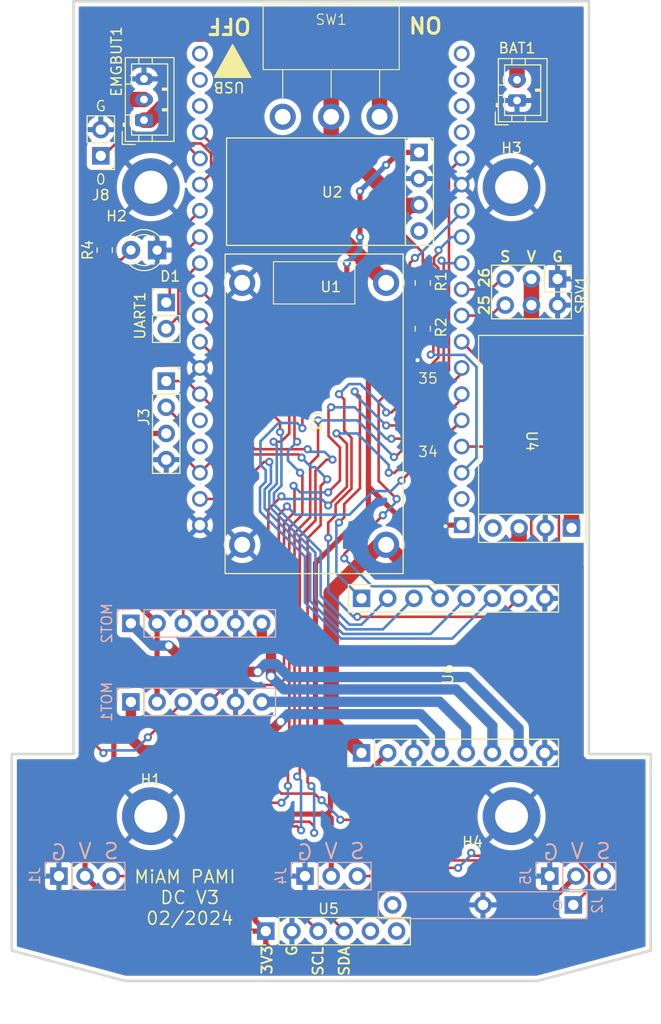
<source format=kicad_pcb>
(kicad_pcb (version 20221018) (generator pcbnew)
  (layers (0 "F.Cu" signal) (31 "B.Cu" signal) (34 "B.Paste" user) (35 "F.Paste" user) (36 "B.SilkS" user "B.Silkscreen") (37 "F.SilkS" user "F.Silkscreen") (38 "B.Mask" user) (39 "F.Mask" user) (44 "Edge.Cuts" user))
  (net 0 "")
  (net 1 "/BATTERY_INPUT")
  (net 2 "GND")
  (net 3 "/EMERGENCY_BUTTON")
  (net 4 "/5V_POWER")
  (net 5 "+12V")
  (net 6 "+3V3")
  (net 7 "/GPIO2")
  (net 8 "/GPIO5")
  (net 9 "/1Y")
  (net 10 "/GPIO0")
  (net 11 "Net-(D1-A)")
  (net 12 "/SDA")
  (net 13 "/SCL")
  (net 14 "/POWER_SWITCH")
  (net 15 "/BAT_READING")
  (net 16 "/SERVO_PWM_1")
  (net 17 "/SERVO_PWM_2")
  (net 19 "/RX2")
  (net 20 "/TX2")
  (net 34 "/TCRT0")
  (net 35 "/TCRT1")
  (net 36 "/TCRT2")
  (net 39 "/ENCODER_B1")
  (net 40 "/ENCODER_A1")
  (net 41 "/2Y")
  (net 42 "/3Y")
  (net 43 "/ENCODER_B2")
  (net 44 "/ENCODER_A2")
  (net 45 "/4Y")
  (net 46 "/EN12")
  (net 47 "/EN34")
  (net 48 "/STBY")
  (net 49 "/4A")
  (net 50 "/1A")
  (net 51 "/2A")
  (net 52 "/3A")
  (footprint "Resistor_SMD:R_0805_2012Metric" (layer "F.Cu") (at 128.905 69.85 90)
    (fp_text reference "R4")
    (fp_text value "200")
  )
  (footprint "MiAM_ESP32_Footprints:VoltageRegulator" (layer "F.Cu") (at 170.434 87.884 -90)
    (fp_text reference "U4")
    (fp_text value "5V")
  )
  (footprint "Connector_PinHeader_2.54mm:PinHeader_1x02_P2.54mm_Vertical" (layer "F.Cu") (at 134.874 74.93)
    (fp_text reference "UART1")
    (fp_text value "Conn_01x02_Male")
  )
  (footprint "LED_THT:LED_D3.0mm" (layer "F.Cu") (at 133.99 69.85 180)
    (fp_text reference "D1")
    (fp_text value "LED")
  )
  (footprint "MountingHole:MountingHole_3.2mm_M3_DIN965_Pad" (layer "F.Cu") (at 168.38 124.743668)
    (fp_text reference "H4")
    (fp_text value "MountingHole_Pad")
  )
  (footprint "MiAM_ESP32_Footprints:VoltageRegulator" (layer "F.Cu") (at 150.495 64.135)
    (fp_text reference "U2")
    (fp_text value "3V3")
  )
  (footprint "Resistor_SMD:R_0805_2012Metric_Pad1.20x1.40mm_HandSolder" (layer "F.Cu") (at 159.766 77.47 -90)
    (fp_text reference "R2")
    (fp_text value "10k")
  )
  (footprint "Resistor_SMD:R_0805_2012Metric_Pad1.20x1.40mm_HandSolder" (layer "F.Cu") (at 159.766 73.025 -90)
    (fp_text reference "R1")
    (fp_text value "100k")
  )
  (footprint "MiAM_ESP32_Footprints:MT3608" (layer "F.Cu") (at 149.225 85.725 -90)
    (fp_text reference "U3")
    (fp_text value "MT3608")
  )
  (footprint "Connector_PinHeader_2.54mm:PinHeader_2x03_P2.54mm_Vertical" (layer "F.Cu") (at 172.847 72.644 -90)
    (fp_text reference "SRV1")
    (fp_text value "Conn_02x03_Odd_Even")
  )
  (footprint "MiAM_ESP32_Footprints:SSD1306_vertical" (layer "F.Cu") (at 129.854 80.9525)
    (fp_text reference "J3")
    (fp_text value "SSD1306_vertical")
  )
  (footprint "MiAM_ESP32_Footprints:ESP32U-ShieldPattern" (layer "F.Cu") (at 150.8408 73.67 180)
    (fp_text reference "U1")
    (fp_text value "ESP32-DEVKITC-32U")
  )
  (footprint "MountingHole:MountingHole_3.2mm_M3_DIN965_Pad" (layer "F.Cu") (at 133.38 124.743668)
    (fp_text reference "H1")
    (fp_text value "MountingHole_Pad")
  )
  (footprint "MiAM_ESP32_Footprints:TB6612FNG" (layer "F.Cu") (at 174.1425 118.607 90)
    (fp_text reference "U6")
    (fp_text value "TB6612FNG")
  )
  (footprint "Connector_JST:JST_PH_B2B-PH-K_1x02_P2.00mm_Vertical" (layer "F.Cu") (at 168.91 55.34 90)
    (fp_text reference "BAT1")
    (fp_text value "Screw_Terminal_01x02")
  )
  (footprint "Connector_JST:JST_PH_B3B-PH-K_1x03_P2.00mm_Vertical" (layer "F.Cu") (at 132.715 57.245 90)
    (fp_text reference "EMGBUT1")
    (fp_text value "Conn_01x02_Male")
  )
  (footprint "MiAM_ESP32_Footprints:SS-12D11" (layer "F.Cu") (at 150.876 56.921)
    (fp_text reference "SW1")
    (fp_text value "SW_DPDT_x2")
  )
  (footprint "MountingHole:MountingHole_3.2mm_M3_DIN965_Pad" (layer "F.Cu") (at 133.38 63.743668)
    (fp_text reference "H2")
    (fp_text value "MountingHole_Pad")
  )
  (footprint "Connector_PinHeader_2.54mm:PinHeader_1x06_P2.54mm_Vertical" (layer "F.Cu") (at 144.53 135.89 90)
    (fp_text reference "U5")
    (fp_text value "~")
  )
  (footprint "Connector_PinHeader_2.54mm:PinHeader_1x02_P2.54mm_Vertical" (layer "F.Cu") (at 128.524 60.706 180)
    (fp_text reference "J8")
    (fp_text value "Conn_01x02_Pin")
  )
  (footprint "MountingHole:MountingHole_3.2mm_M3_DIN965_Pad" (layer "F.Cu") (at 168.38 63.743668)
    (fp_text reference "H3")
    (fp_text value "MountingHole_Pad")
  )
  (footprint "MiAM_ESP32_Footprints:TCRT5000L_Breakout" (layer "B.Cu") (at 148.34 130.556 -90)
    (fp_text reference "J4")
    (fp_text value "TCRT5000L_Breakout")
  )
  (footprint "Connector_PinHeader_2.54mm:PinHeader_1x06_P2.54mm_Vertical" (layer "B.Cu") (at 131.445 113.665 -90)
    (fp_text reference "MOT1")
    (fp_text value "Conn_01x06_Male")
  )
  (footprint "MiAM_ESP32_Footprints:TCRT5000L_Breakout" (layer "B.Cu") (at 124.46 130.556 -90)
    (fp_text reference "J1")
    (fp_text value "TCRT5000L_Breakout")
  )
  (footprint "MiAM_ESP32_Footprints:Microruptor" (layer "B.Cu") (at 174.371 133.35 90)
    (fp_text reference "J2")
    (fp_text value "Conn_01x03_Male")
  )
  (footprint "Connector_PinHeader_2.54mm:PinHeader_1x06_P2.54mm_Vertical" (layer "B.Cu") (at 131.445 106.045 -90)
    (fp_text reference "MOT2")
    (fp_text value "Conn_01x06_Male")
  )
  (footprint "MiAM_ESP32_Footprints:TCRT5000L_Breakout" (layer "B.Cu") (at 172.085 130.556 -90)
    (fp_text reference "J5")
    (fp_text value "TCRT5000L_Breakout")
  )
  (gr_line (start 170.88 140.72) (end 181.88 137.772559) (stroke (width 0.25)) (layer "Edge.Cuts"))
  (gr_line (start 125.88 45.72) (end 125.88 118.72) (stroke (width 0.25)) (layer "Edge.Cuts"))
  (gr_line (start 119.88 137.772559) (end 130.88 140.72) (stroke (width 0.25)) (layer "Edge.Cuts"))
  (gr_line (start 181.88 118.72) (end 175.88 118.72) (stroke (width 0.25)) (layer "Edge.Cuts"))
  (gr_line (start 119.88 118.72) (end 119.88 137.772559) (stroke (width 0.25)) (layer "Edge.Cuts"))
  (gr_line (start 130.88 140.72) (end 170.88 140.72) (stroke (width 0.25)) (layer "Edge.Cuts"))
  (gr_line (start 175.88 45.72) (end 125.88 45.72) (stroke (width 0.25)) (layer "Edge.Cuts"))
  (gr_line (start 181.88 137.772559) (end 181.88 118.72) (stroke (width 0.25)) (layer "Edge.Cuts"))
  (gr_line (start 125.88 118.72) (end 119.88 118.72) (stroke (width 0.25)) (layer "Edge.Cuts"))
  (gr_line (start 175.88 118.72) (end 175.88 45.72) (stroke (width 0.25)) (layer "Edge.Cuts"))
  (gr_text "S" (at 177.292 128.143) (layer "B.SilkS") (effects (font (size 1.5 1.5) (thickness 0.1875)) (justify mirror)))
  (gr_text "V" (at 127 128.143) (layer "B.SilkS") (effects (font (size 1.5 1.5) (thickness 0.1875)) (justify mirror)))
  (gr_text "S" (at 129.54 128.143) (layer "B.SilkS") (effects (font (size 1.5 1.5) (thickness 0.1875)) (justify mirror)))
  (gr_text "G" (at 172.212 128.27) (layer "B.SilkS") (effects (font (size 1.5 1.5) (thickness 0.1875)) (justify mirror)))
  (gr_text "S" (at 153.416 128.143) (layer "B.SilkS") (effects (font (size 1.5 1.5) (thickness 0.1875)) (justify mirror)))
  (gr_text "G" (at 124.46 128.27) (layer "B.SilkS") (effects (font (size 1.5 1.5) (thickness 0.1875)) (justify mirror)))
  (gr_text "V" (at 150.876 128.143) (layer "B.SilkS") (effects (font (size 1.5 1.5) (thickness 0.1875)) (justify mirror)))
  (gr_text "V" (at 174.752 128.143) (layer "B.SilkS") (effects (font (size 1.5 1.5) (thickness 0.1875)) (justify mirror)))
  (gr_text "G" (at 148.336 128.27) (layer "B.SilkS") (effects (font (size 1.5 1.5) (thickness 0.1875)) (justify mirror)))
  (gr_text "3V3" (at 144.653 138.684 90) (layer "F.SilkS") (effects (font (size 1 1) (thickness 0.1875))))
  (gr_text "SCL" (at 149.606 138.811 90) (layer "F.SilkS") (effects (font (size 1 1) (thickness 0.1875))))
  (gr_text "OFF" (at 143.256 47.244 180) (layer "F.SilkS") (effects (font (size 1.5 1.5) (thickness 0.3) bold) (justify left bottom)))
  (gr_text "G" (at 172.847 70.485) (layer "F.SilkS") (effects (font (size 1 1) (thickness 0.2) bold)))
  (gr_text "ON" (at 161.798 47.117 180) (layer "F.SilkS") (effects (font (size 1.5 1.5) (thickness 0.3) bold) (justify left bottom)))
  (gr_text "S" (at 167.767 70.485) (layer "F.SilkS") (effects (font (size 1 1) (thickness 0.2) bold)))
  (gr_text "MiAM PAMI \nDC V3\n02/2024" (at 137.16 135.382) (layer "F.SilkS") (effects (font (size 1.25 1.25) (thickness 0.15625)) (justify bottom)))
  (gr_text "V" (at 170.307 70.485) (layer "F.SilkS") (effects (font (size 1 1) (thickness 0.2) bold)))
  (gr_text "26" (at 165.735 72.517 90) (layer "F.SilkS") (effects (font (size 1 1) (thickness 0.2) bold)))
  (gr_text "25" (at 165.735 75.184 90) (layer "F.SilkS") (effects (font (size 1 1) (thickness 0.2) bold)))
  (gr_text "G" (at 147.066 137.795 90) (layer "F.SilkS") (effects (font (size 1 1) (thickness 0.1875))))
  (gr_text "35" (at 160.274 82.296) (layer "F.SilkS") (effects (font (size 1 1) (thickness 0.125))))
  (gr_text "G" (at 128.524 55.88) (layer "F.SilkS") (effects (font (size 1 1) (thickness 0.125))))
  (gr_text "SDA" (at 152.146 138.811 90) (layer "F.SilkS") (effects (font (size 1 1) (thickness 0.1875))))
  (gr_text "0" (at 128.524 62.992) (layer "F.SilkS") (effects (font (size 1 1) (thickness 0.125))))
  (gr_text "34" (at 160.274 89.408) (layer "F.SilkS") (effects (font (size 1 1) (thickness 0.125))))
  (segment (start 158.115 47.625) (end 155.575 50.165) (width 1.5) (layer "F.Cu") (net 1))
  (segment (start 166.37 47.625) (end 158.115 47.625) (width 1.5) (layer "F.Cu") (net 1))
  (segment (start 155.575 50.165) (end 155.575 56.921) (width 1.5) (layer "F.Cu") (net 1))
  (segment (start 168.91 50.165) (end 166.37 47.625) (width 1.5) (layer "F.Cu") (net 1))
  (segment (start 168.91 53.372) (end 168.91 50.165) (width 1.5) (layer "F.Cu") (net 1))
  (segment (start 159.258 78.978) (end 159.766 78.47) (width 0.25) (layer "F.Cu") (net 2))
  (segment (start 159.258 80.518) (end 159.258 78.978) (width 0.25) (layer "F.Cu") (net 2))
  (via (at 159.258 80.518) (size 0.8) (drill 0.4) (layers "F.Cu" "B.Cu") (net 2))
  (segment (start 133.255 57.245) (end 135.636 54.864) (width 1.5) (layer "F.Cu") (net 3))
  (segment (start 143.002 52.197) (end 143.002 59.817) (width 1.5) (layer "F.Cu") (net 3))
  (segment (start 143.002 59.817) (end 156.21 73.025) (width 1.5) (layer "F.Cu") (net 3))
  (segment (start 136.9695 48.895) (end 139.7 48.895) (width 1.5) (layer "F.Cu") (net 3))
  (segment (start 135.636 50.2285) (end 136.9695 48.895) (width 1.5) (layer "F.Cu") (net 3))
  (segment (start 139.7 48.895) (end 143.002 52.197) (width 1.5) (layer "F.Cu") (net 3))
  (segment (start 132.715 57.245) (end 133.255 57.245) (width 1.5) (layer "F.Cu") (net 3))
  (segment (start 135.636 54.864) (end 135.636 50.2285) (width 1.5) (layer "F.Cu") (net 3))
  (segment (start 174.1932 80.7212) (end 170.307 76.835) (width 1.5) (layer "F.Cu") (net 4))
  (segment (start 170.307 75.184) (end 170.307 72.644) (width 1.5) (layer "F.Cu") (net 4))
  (segment (start 174.1932 96.7994) (end 174.1932 80.7212) (width 1.5) (layer "F.Cu") (net 4))
  (segment (start 170.307 76.835) (end 170.307 75.184) (width 1.5) (layer "F.Cu") (net 4))
  (segment (start 155.575 98.425) (end 156.21 98.425) (width 1.5) (layer "F.Cu") (net 5))
  (segment (start 150.876 103.124) (end 155.575 98.425) (width 1.5) (layer "F.Cu") (net 5))
  (segment (start 150.876 115.6605) (end 150.876 103.124) (width 1.5) (layer "F.Cu") (net 5))
  (segment (start 167.419681 99.695) (end 169.1132 98.001481) (width 1.5) (layer "F.Cu") (net 5))
  (segment (start 157.48 99.695) (end 167.419681 99.695) (width 1.5) (layer "F.Cu") (net 5))
  (segment (start 169.1132 98.001481) (end 169.1132 96.7994) (width 1.5) (layer "F.Cu") (net 5))
  (segment (start 153.8225 118.607) (end 150.876 115.6605) (width 1.5) (layer "F.Cu") (net 5))
  (segment (start 156.21 98.425) (end 157.48 99.695) (width 1.5) (layer "F.Cu") (net 5))
  (segment (start 152.397905 71.122095) (end 152.397905 72.641905) (width 0.5) (layer "F.Cu") (net 6))
  (segment (start 153.67 68.57581) (end 153.67 64.135) (width 0.5) (layer "F.Cu") (net 6))
  (segment (start 133.096 111.506) (end 130.302 111.506) (width 0.5) (layer "F.Cu") (net 6))
  (segment (start 174.625 130.556) (end 166.116 139.065) (width 0.5) (layer "F.Cu") (net 6))
  (segment (start 154.49 92.768) (end 158.242 96.52) (width 0.5) (layer "F.Cu") (net 6))
  (segment (start 133.985 113.665) (end 133.985 112.395) (width 0.5) (layer "F.Cu") (net 6))
  (segment (start 134.874 87.63) (end 132.715 87.63) (width 0.5) (layer "F.Cu") (net 6))
  (segment (start 146.435 139.065) (end 144.53 137.16) (width 0.5) (layer "F.Cu") (net 6))
  (segment (start 127 130.556) (end 132.334 135.89) (width 0.5) (layer "F.Cu") (net 6))
  (segment (start 129.794 112.014) (end 129.794 121.412) (width 0.5) (layer "F.Cu") (net 6))
  (segment (start 144.53 137.16) (end 144.53 135.89) (width 0.5) (layer "F.Cu") (net 6))
  (segment (start 132.08 88.265) (end 132.08 104.14) (width 0.5) (layer "F.Cu") (net 6))
  (segment (start 150.495 124.54) (end 150.8 124.235) (width 0.5) (layer "F.Cu") (net 6))
  (segment (start 156.3625 118.607) (end 153.930465 121.039035) (width 0.5) (layer "F.Cu") (net 6))
  (segment (start 158.242 96.52) (end 163.5408 96.52) (width 0.5) (layer "F.Cu") (net 6))
  (segment (start 133.985 112.395) (end 133.096 111.506) (width 0.5) (layer "F.Cu") (net 6))
  (segment (start 150.8 121.039035) (end 149.352 119.591035) (width 0.5) (layer "F.Cu") (net 6))
  (segment (start 152.397905 72.641905) (end 154.49 74.734) (width 0.5) (layer "F.Cu") (net 6))
  (segment (start 127 124.206) (end 127 130.556) (width 0.5) (layer "F.Cu") (net 6))
  (segment (start 129.794 121.412) (end 127 124.206) (width 0.5) (layer "F.Cu") (net 6))
  (segment (start 166.116 139.065) (end 146.435 139.065) (width 0.5) (layer "F.Cu") (net 6))
  (segment (start 132.715 87.63) (end 132.08 88.265) (width 0.5) (layer "F.Cu") (net 6))
  (segment (start 132.08 104.14) (end 133.985 106.045) (width 0.5) (layer "F.Cu") (net 6))
  (segment (start 132.334 135.89) (end 144.53 135.89) (width 0.5) (layer "F.Cu") (net 6))
  (segment (start 150.88 124.925) (end 150.495 124.54) (width 0.5) (layer "F.Cu") (net 6))
  (segment (start 144.53 135.89) (end 143.51 134.87) (width 0.5) (layer "F.Cu") (net 6))
  (segment (start 143.51 126.362208) (end 145.332208 124.54) (width 0.5) (layer "F.Cu") (net 6))
  (segment (start 133.985 113.665) (end 133.985 106.045) (width 0.5) (layer "F.Cu") (net 6))
  (segment (start 154.49 95.065) (end 154.49 91.948) (width 0.5) (layer "F.Cu") (net 6))
  (segment (start 157.4292 60.3758) (end 156.21 61.595) (width 0.5) (layer "F.Cu") (net 6))
  (segment (start 130.302 111.506) (end 129.794 112.014) (width 0.5) (layer "F.Cu") (net 6))
  (segment (start 153.930465 121.039035) (end 150.8 121.039035) (width 0.5) (layer "F.Cu") (net 6))
  (segment (start 154.49 74.734) (end 154.49 92.768) (width 0.5) (layer "F.Cu") (net 6))
  (segment (start 153.672095 68.577905) (end 153.67 68.57581) (width 0.5) (layer "F.Cu") (net 6))
  (segment (start 150.8 124.235) (end 150.8 121.039035) (width 0.5) (layer "F.Cu") (net 6))
  (segment (start 145.332208 124.54) (end 150.495 124.54) (width 0.5) (layer "F.Cu") (net 6))
  (segment (start 159.4104 60.3758) (end 157.4292 60.3758) (width 0.5) (layer "F.Cu") (net 6))
  (segment (start 143.51 134.87) (end 143.51 126.362208) (width 0.5) (layer "F.Cu") (net 6))
  (segment (start 149.352 100.203) (end 154.49 95.065) (width 0.5) (layer "F.Cu") (net 6))
  (segment (start 149.352 119.591035) (end 149.352 100.203) (width 0.5) (layer "F.Cu") (net 6))
  (segment (start 150.88 130.556) (end 150.88 124.925) (width 0.5) (layer "F.Cu") (net 6))
  (via (at 153.67 64.135) (size 0.8) (drill 0.4) (layers "F.Cu" "B.Cu") (net 6))
  (via (at 156.21 61.595) (size 0.8) (drill 0.4) (layers "F.Cu" "B.Cu") (net 6))
  (via (at 152.397905 71.122095) (size 0.8) (drill 0.4) (layers "F.Cu" "B.Cu") (net 6))
  (via (at 153.672095 68.577905) (size 0.8) (drill 0.4) (layers "F.Cu" "B.Cu") (net 6))
  (segment (start 156.21 61.595) (end 153.67 64.135) (width 0.5) (layer "B.Cu") (net 6))
  (segment (start 153.672095 69.847905) (end 153.672095 68.577905) (width 0.5) (layer "B.Cu") (net 6))
  (segment (start 152.397905 71.122095) (end 153.672095 69.847905) (width 0.5) (layer "B.Cu") (net 6))
  (segment (start 131.826 59.944) (end 128.905 62.865) (width 0.25) (layer "F.Cu") (net 7))
  (segment (start 138.1408 60.96) (end 137.1248 59.944) (width 0.25) (layer "F.Cu") (net 7))
  (segment (start 137.1248 59.944) (end 131.826 59.944) (width 0.25) (layer "F.Cu") (net 7))
  (segment (start 128.905 62.865) (end 128.905 68.9375) (width 0.25) (layer "F.Cu") (net 7))
  (segment (start 145.415 120.269) (end 145.415 121.92) (width 0.25) (layer "F.Cu") (net 8))
  (segment (start 175.895 131.826) (end 174.371 133.35) (width 0.25) (layer "F.Cu") (net 8))
  (segment (start 147.317085 82.836285) (end 138.1408 73.66) (width 0.25) (layer "F.Cu") (net 8))
  (segment (start 147.865 91.44) (end 148.082 91.657) (width 0.25) (layer "F.Cu") (net 8))
  (segment (start 146.05 122.555) (end 149.255308 122.555) (width 0.25) (layer "F.Cu") (net 8))
  (segment (start 156.845 125.095) (end 160.782 129.032) (width 0.25) (layer "F.Cu") (net 8))
  (segment (start 160.782 129.032) (end 174.762701 129.032) (width 0.25) (layer "F.Cu") (net 8))
  (segment (start 174.762701 129.032) (end 175.895 130.164299) (width 0.25) (layer "F.Cu") (net 8))
  (segment (start 145.415 121.92) (end 146.05 122.555) (width 0.25) (layer "F.Cu") (net 8))
  (segment (start 146.812 118.872) (end 145.415 120.269) (width 0.25) (layer "F.Cu") (net 8))
  (segment (start 149.890308 123.19) (end 149.95 123.19) (width 0.25) (layer "F.Cu") (net 8))
  (segment (start 147.317085 88.176884) (end 147.317085 82.836285) (width 0.25) (layer "F.Cu") (net 8))
  (segment (start 148.082 91.657) (end 148.082 95.504) (width 0.25) (layer "F.Cu") (net 8))
  (segment (start 151.765 125.095) (end 156.845 125.095) (width 0.25) (layer "F.Cu") (net 8))
  (segment (start 148.082 95.504) (end 146.812 96.774) (width 0.25) (layer "F.Cu") (net 8))
  (segment (start 175.895 130.164299) (end 175.895 131.826) (width 0.25) (layer "F.Cu") (net 8))
  (segment (start 146.812 96.774) (end 146.812 118.872) (width 0.25) (layer "F.Cu") (net 8))
  (segment (start 147.574 88.433799) (end 147.317085 88.176884) (width 0.25) (layer "F.Cu") (net 8))
  (segment (start 149.255308 122.555) (end 149.890308 123.19) (width 0.25) (layer "F.Cu") (net 8))
  (via (at 149.95 123.19) (size 0.8) (drill 0.4) (layers "F.Cu" "B.Cu") (net 8))
  (via (at 151.765 125.095) (size 0.8) (drill 0.4) (layers "F.Cu" "B.Cu") (net 8))
  (via (at 147.574 88.433799) (size 0.8) (drill 0.4) (layers "F.Cu" "B.Cu") (net 8))
  (via (at 147.865 91.44) (size 0.8) (drill 0.4) (layers "F.Cu" "B.Cu") (net 8))
  (segment (start 151.765 125.095) (end 151.765 125.005) (width 0.25) (layer "B.Cu") (net 8))
  (segment (start 151.765 125.005) (end 149.95 123.19) (width 0.25) (layer "B.Cu") (net 8))
  (segment (start 147.865 91.44) (end 146.685 90.26) (width 0.25) (layer "B.Cu") (net 8))
  (segment (start 146.685 90.26) (end 146.685 89.322799) (width 0.25) (layer "B.Cu") (net 8))
  (segment (start 146.685 89.322799) (end 147.574 88.433799) (width 0.25) (layer "B.Cu") (net 8))
  (segment (start 132.588 118.364) (end 143.193 118.364) (width 1) (layer "F.Cu") (net 9))
  (segment (start 131.445 117.221) (end 132.588 118.364) (width 1) (layer "F.Cu") (net 9))
  (segment (start 131.445 113.665) (end 131.445 117.221) (width 1) (layer "F.Cu") (net 9))
  (segment (start 143.193 118.364) (end 145.987 115.57) (width 1) (layer "F.Cu") (net 9))
  (via (at 145.987 115.57) (size 1) (drill 0.7) (layers "F.Cu" "B.Cu") (net 9))
  (segment (start 146.705 114.852) (end 159.556 114.852) (width 1) (layer "B.Cu") (net 9))
  (segment (start 161.4425 116.7385) (end 161.4425 118.607) (width 1) (layer "B.Cu") (net 9))
  (segment (start 145.987 115.57) (end 146.705 114.852) (width 1) (layer "B.Cu") (net 9))
  (segment (start 159.556 114.852) (end 161.4425 116.7385) (width 1) (layer "B.Cu") (net 9))
  (segment (start 139.2308 62.41) (end 138.1408 63.5) (width 0.25) (layer "F.Cu") (net 10))
  (segment (start 128.778 60.706) (end 129.99 59.494) (width 0.25) (layer "F.Cu") (net 10))
  (segment (start 139.2308 60.4908) (end 139.2308 62.41) (width 0.25) (layer "F.Cu") (net 10))
  (segment (start 129.99 59.494) (end 137.673307 59.494) (width 0.25) (layer "F.Cu") (net 10))
  (segment (start 138.25 59.51) (end 139.2308 60.4908) (width 0.25) (layer "F.Cu") (net 10))
  (segment (start 137.689307 59.51) (end 138.25 59.51) (width 0.25) (layer "F.Cu") (net 10))
  (segment (start 137.673307 59.494) (end 137.689307 59.51) (width 0.25) (layer "F.Cu") (net 10))
  (segment (start 130.5375 70.7625) (end 131.45 69.85) (width 0.25) (layer "F.Cu") (net 11))
  (segment (start 128.905 70.7625) (end 130.5375 70.7625) (width 0.25) (layer "F.Cu") (net 11))
  (segment (start 149.352 91.2495) (end 150.4315 90.17) (width 0.25) (layer "F.Cu") (net 12))
  (segment (start 147.828 120.65) (end 147.828 97.601594) (width 0.25) (layer "F.Cu") (net 12))
  (segment (start 147.828 97.601594) (end 149.352 96.077594) (width 0.25) (layer "F.Cu") (net 12))
  (segment (start 146.685 125.73) (end 144.78 127.635) (width 0.25) (layer "F.Cu") (net 12))
  (segment (start 146.685 133.985) (end 150.245 133.985) (width 0.25) (layer "F.Cu") (net 12))
  (segment (start 147.955 126.111) (end 147.574 125.73) (width 0.25) (layer "F.Cu") (net 12))
  (segment (start 147.574 120.904) (end 147.828 120.65) (width 0.25) (layer "F.Cu") (net 12))
  (segment (start 144.78 132.08) (end 146.685 133.985) (width 0.25) (layer "F.Cu") (net 12))
  (segment (start 134.874 82.55) (end 136.8708 82.55) (width 0.25) (layer "F.Cu") (net 12))
  (segment (start 150.245 133.985) (end 152.15 135.89) (width 0.25) (layer "F.Cu") (net 12))
  (segment (start 144.78 127.635) (end 144.78 132.08) (width 0.25) (layer "F.Cu") (net 12))
  (segment (start 136.8708 82.55) (end 138.1408 83.82) (width 0.25) (layer "F.Cu") (net 12))
  (segment (start 148.594299 89.158299) (end 143.479099 89.158299) (width 0.25) (layer "F.Cu") (net 12))
  (segment (start 147.574 125.73) (end 146.685 125.73) (width 0.25) (layer "F.Cu") (net 12))
  (segment (start 149.352 96.077594) (end 149.352 91.2495) (width 0.25) (layer "F.Cu") (net 12))
  (segment (start 150.4315 90.17) (end 151.003 90.17) (width 0.25) (layer "F.Cu") (net 12))
  (segment (start 143.479099 89.158299) (end 138.1408 83.82) (width 0.25) (layer "F.Cu") (net 12))
  (via (at 151.003 90.17) (size 0.8) (drill 0.4) (layers "F.Cu" "B.Cu") (net 12))
  (via (at 147.955 126.111) (size 0.8) (drill 0.4) (layers "F.Cu" "B.Cu") (net 12))
  (via (at 147.574 120.904) (size 0.8) (drill 0.4) (layers "F.Cu" "B.Cu") (net 12))
  (via (at 148.594299 89.158299) (size 0.8) (drill 0.4) (layers "F.Cu" "B.Cu") (net 12))
  (segment (start 151.003 90.17) (end 150.241 89.408) (width 0.25) (layer "B.Cu") (net 12))
  (segment (start 147.955 121.285) (end 147.574 120.904) (width 0.25) (layer "B.Cu") (net 12))
  (segment (start 150.241 89.408) (end 148.844 89.408) (width 0.25) (layer "B.Cu") (net 12))
  (segment (start 148.844 89.408) (end 148.594299 89.158299) (width 0.25) (layer "B.Cu") (net 12))
  (segment (start 147.955 126.111) (end 147.955 121.285) (width 0.25) (layer "B.Cu") (net 12))
  (segment (start 148.009548 89.970549) (end 147.700999 89.662) (width 0.25) (layer "F.Cu") (net 13))
  (segment (start 146.498604 134.435) (end 148.155 134.435) (width 0.25) (layer "F.Cu") (net 13))
  (segment (start 139.9188 89.662) (end 138.1408 91.44) (width 0.25) (layer "F.Cu") (net 13))
  (segment (start 148.955003 121.83) (end 148.59 121.464997) (width 0.25) (layer "F.Cu") (net 13))
  (segment (start 149.86 92.71) (end 150.495 92.075) (width 0.25) (layer "F.Cu") (net 13))
  (segment (start 136.398 89.6972) (end 138.1408 91.44) (width 0.25) (layer "F.Cu") (net 13))
  (segment (start 144.33 127.196) (end 144.33 132.266396) (width 0.25) (layer "F.Cu") (net 13))
  (segment (start 136.398 86.614) (end 136.398 89.6972) (width 0.25) (layer "F.Cu") (net 13))
  (segment (start 148.155 134.435) (end 149.61 135.89) (width 0.25) (layer "F.Cu") (net 13))
  (segment (start 148.59 121.464997) (end 148.59 97.79) (width 0.25) (layer "F.Cu") (net 13))
  (segment (start 148.779653 125.28) (end 146.246 125.28) (width 0.25) (layer "F.Cu") (net 13))
  (segment (start 149.225 126.365) (end 149.225 125.725347) (width 0.25) (layer "F.Cu") (net 13))
  (segment (start 149.86 96.52) (end 149.86 92.71) (width 0.25) (layer "F.Cu") (net 13))
  (segment (start 148.59 97.79) (end 149.86 96.52) (width 0.25) (layer "F.Cu") (net 13))
  (segment (start 147.700999 89.662) (end 139.9188 89.662) (width 0.25) (layer "F.Cu") (net 13))
  (segment (start 144.33 132.266396) (end 146.498604 134.435) (width 0.25) (layer "F.Cu") (net 13))
  (segment (start 134.884 85.1) (end 136.398 86.614) (width 0.25) (layer "F.Cu") (net 13))
  (segment (start 146.246 125.28) (end 144.33 127.196) (width 0.25) (layer "F.Cu") (net 13))
  (segment (start 149.225 125.725347) (end 148.779653 125.28) (width 0.25) (layer "F.Cu") (net 13))
  (via (at 148.955003 121.83) (size 0.8) (drill 0.4) (layers "F.Cu" "B.Cu") (net 13))
  (via (at 149.225 126.365) (size 0.8) (drill 0.4) (layers "F.Cu" "B.Cu") (net 13))
  (via (at 150.495 92.075) (size 0.8) (drill 0.4) (layers "F.Cu" "B.Cu") (net 13))
  (via (at 148.009548 89.970549) (size 0.8) (drill 0.4) (layers "F.Cu" "B.Cu") (net 13))
  (segment (start 149.225 122.099997) (end 148.955003 121.83) (width 0.25) (layer "B.Cu") (net 13))
  (segment (start 149.225 126.365) (end 149.225 122.099997) (width 0.25) (layer "B.Cu") (net 13))
  (segment (start 149.315 90.895) (end 148.933999 90.895) (width 0.25) (layer "B.Cu") (net 13))
  (segment (start 150.495 92.075) (end 149.315 90.895) (width 0.25) (layer "B.Cu") (net 13))
  (segment (start 148.933999 90.895) (end 148.009548 89.970549) (width 0.25) (layer "B.Cu") (net 13))
  (segment (start 150.876 56.921) (end 150.876 52.451) (width 1.5) (layer "F.Cu") (net 14))
  (segment (start 150.876 58.801) (end 157.5816 65.5066) (width 1.5) (layer "F.Cu") (net 14))
  (segment (start 157.988 68.326) (end 157.988 66.8782) (width 0.25) (layer "F.Cu") (net 14))
  (segment (start 157.988 66.8782) (end 159.4104 65.4558) (width 0.25) (layer "F.Cu") (net 14))
  (segment (start 150.876 56.921) (end 150.876 58.801) (width 1.5) (layer "F.Cu") (net 14))
  (segment (start 159.766 72.025) (end 159.766 70.104) (width 0.25) (layer "F.Cu") (net 14))
  (segment (start 159.766 70.104) (end 157.988 68.326) (width 0.25) (layer "F.Cu") (net 14))
  (segment (start 145.415 46.99) (end 130.81 46.99) (width 1.5) (layer "F.Cu") (net 14))
  (segment (start 157.5816 65.5066) (end 159.4616 65.5066) (width 1.5) (layer "F.Cu") (net 14))
  (segment (start 150.876 52.451) (end 145.415 46.99) (width 1.5) (layer "F.Cu") (net 14))
  (segment (start 130.34 55.245) (end 132.715 55.245) (width 1.5) (layer "F.Cu") (net 14))
  (segment (start 128.905 53.81) (end 130.34 55.245) (width 1.5) (layer "F.Cu") (net 14))
  (segment (start 130.81 46.99) (end 128.905 48.895) (width 1.5) (layer "F.Cu") (net 14))
  (segment (start 128.905 48.895) (end 128.905 53.81) (width 1.5) (layer "F.Cu") (net 14))
  (segment (start 159.766 74.025) (end 159.766 76.47) (width 0.25) (layer "F.Cu") (net 15))
  (segment (start 160.791 77.495) (end 159.766 76.47) (width 0.25) (layer "F.Cu") (net 15))
  (segment (start 160.791 79.737694) (end 160.791 77.495) (width 0.25) (layer "F.Cu") (net 15))
  (segment (start 160.541847 79.986847) (end 160.791 79.737694) (width 0.25) (layer "F.Cu") (net 15))
  (via (at 160.541847 79.986847) (size 0.8) (drill 0.4) (layers "F.Cu" "B.Cu") (net 15))
  (segment (start 163.812293 80.01) (end 164.973 81.170707) (width 0.25) (layer "B.Cu") (net 15))
  (segment (start 160.565 80.01) (end 163.812293 80.01) (width 0.25) (layer "B.Cu") (net 15))
  (segment (start 164.973 90.0078) (end 163.5408 91.44) (width 0.25) (layer "B.Cu") (net 15))
  (segment (start 160.541847 79.986847) (end 160.565 80.01) (width 0.25) (layer "B.Cu") (net 15))
  (segment (start 164.973 81.170707) (end 164.973 90.0078) (width 0.25) (layer "B.Cu") (net 15))
  (segment (start 167.386 75.184) (end 166.37 76.2) (width 0.25) (layer "F.Cu") (net 16))
  (segment (start 166.37 76.2) (end 163.5408 76.2) (width 0.25) (layer "F.Cu") (net 16))
  (segment (start 166.37 73.66) (end 167.386 72.644) (width 0.25) (layer "F.Cu") (net 17))
  (segment (start 163.5408 73.66) (end 166.37 73.66) (width 0.25) (layer "F.Cu") (net 17))
  (segment (start 134.874 74.93) (end 135.215 74.589) (width 0.25) (layer "F.Cu") (net 19))
  (segment (start 136.525 72.099404) (end 136.525 70.1958) (width 0.25) (layer "F.Cu") (net 19))
  (segment (start 136.525 70.1958) (end 138.1408 68.58) (width 0.25) (layer "F.Cu") (net 19))
  (segment (start 135.215 74.589) (end 135.215 73.409404) (width 0.25) (layer "F.Cu") (net 19))
  (segment (start 135.215 73.409404) (end 136.525 72.099404) (width 0.25) (layer "F.Cu") (net 19))
  (segment (start 136.049 73.2118) (end 138.1408 71.12) (width 0.25) (layer "F.Cu") (net 20))
  (segment (start 136.049 76.295) (end 136.049 73.2118) (width 0.25) (layer "F.Cu") (net 20))
  (segment (start 134.874 77.47) (end 136.049 76.295) (width 0.25) (layer "F.Cu") (net 20))
  (segment (start 147.32 119.38) (end 146.685 120.015) (width 0.25) (layer "F.Cu") (net 34))
  (segment (start 147.32 97.284792) (end 147.32 119.38) (width 0.25) (layer "F.Cu") (net 34))
  (segment (start 156.972 89.916) (end 157.099 89.916) (width 0.25) (layer "F.Cu") (net 34))
  (segment (start 148.844 90.551) (end 148.844 95.760792) (width 0.25) (layer "F.Cu") (net 34))
  (segment (start 148.844 95.760792) (end 147.32 97.284792) (width 0.25) (layer "F.Cu") (net 34))
  (segment (start 146.685 120.015) (end 146.685 121.806847) (width 0.25) (layer "F.Cu") (net 34))
  (segment (start 141.859 123.444) (end 134.747 130.556) (width 0.25) (layer "F.Cu") (net 34))
  (segment (start 161.29 85.725) (end 161.29 84.0564) (width 0.25) (layer "F.Cu") (net 34))
  (segment (start 149.606 89.789) (end 148.844 90.551) (width 0.25) (layer "F.Cu") (net 34))
  (segment (start 134.747 130.556) (end 129.54 130.556) (width 0.25) (layer "F.Cu") (net 34))
  (segment (start 161.29 84.0564) (end 163.5408 81.8056) (width 0.25) (layer "F.Cu") (net 34))
  (segment (start 157.099 89.916) (end 161.29 85.725) (width 0.25) (layer "F.Cu") (net 34))
  (segment (start 163.5408 81.8056) (end 163.5408 81.28) (width 0.25) (layer "F.Cu") (net 34))
  (segment (start 146.05 123.444) (end 141.859 123.444) (width 0.25) (layer "F.Cu") (net 34))
  (segment (start 149.606 86.36) (end 149.606 89.789) (width 0.25) (layer "F.Cu") (net 34))
  (via (at 149.606 86.36) (size 0.8) (drill 0.4) (layers "F.Cu" "B.Cu") (net 34))
  (via (at 146.685 121.806847) (size 0.8) (drill 0.4) (layers "F.Cu" "B.Cu") (net 34))
  (via (at 156.972 89.916) (size 0.8) (drill 0.4) (layers "F.Cu" "B.Cu") (net 34))
  (via (at 146.05 123.444) (size 0.8) (drill 0.4) (layers "F.Cu" "B.Cu") (net 34))
  (segment (start 153.416 86.36) (end 149.606 86.36) (width 0.25) (layer "B.Cu") (net 34))
  (segment (start 146.685 122.809) (end 146.05 123.444) (width 0.25) (layer "B.Cu") (net 34))
  (segment (start 146.685 121.806847) (end 146.685 122.809) (width 0.25) (layer "B.Cu") (net 34))
  (segment (start 156.972 89.916) (end 153.416 86.36) (width 0.25) (layer "B.Cu") (net 34))
  (segment (start 170.2882 91.5482) (end 167.64 88.9) (width 0.25) (layer "F.Cu") (net 35))
  (segment (start 155.485 129.757) (end 154.686 130.556) (width 0.25) (layer "F.Cu") (net 35))
  (segment (start 170.2882 97.3902) (end 170.2882 91.5482) (width 0.25) (layer "F.Cu") (net 35))
  (segment (start 164.74 128.582) (end 172.388396 128.582) (width 0.25) (layer "F.Cu") (net 35))
  (segment (start 172.388396 128.582) (end 174.752 126.218396) (width 0.25) (layer "F.Cu") (net 35))
  (segment (start 174.752 126.218396) (end 174.752 101.854) (width 0.25) (layer "F.Cu") (net 35))
  (segment (start 154.686 130.556) (end 153.42 130.556) (width 0.25) (layer "F.Cu") (net 35))
  (segment (start 174.752 101.854) (end 170.2882 97.3902) (width 0.25) (layer "F.Cu") (net 35))
  (segment (start 167.64 88.9) (end 163.5408 88.9) (width 0.25) (layer "F.Cu") (net 35))
  (segment (start 164.465 128.307) (end 164.74 128.582) (width 0.25) (layer "F.Cu") (net 35))
  (segment (start 163.195 129.757) (end 155.485 129.757) (width 0.25) (layer "F.Cu") (net 35))
  (via (at 164.465 128.307) (size 0.8) (drill 0.4) (layers "F.Cu" "B.Cu") (net 35))
  (via (at 163.195 129.757) (size 0.8) (drill 0.4) (layers "F.Cu" "B.Cu") (net 35))
  (segment (start 164.465 128.487) (end 163.195 129.757) (width 0.25) (layer "B.Cu") (net 35))
  (segment (start 164.465 128.307) (end 164.465 128.487) (width 0.25) (layer "B.Cu") (net 35))
  (segment (start 177.165 130.556) (end 177.165 127.889) (width 0.25) (layer "F.Cu") (net 36))
  (segment (start 175.255 100.579) (end 172.974 98.298) (width 0.25) (layer "F.Cu") (net 36))
  (segment (start 172.974 88.1732) (end 163.5408 78.74) (width 0.25) (layer "F.Cu") (net 36))
  (segment (start 172.974 98.298) (end 172.974 88.1732) (width 0.25) (layer "F.Cu") (net 36))
  (segment (start 177.165 127.889) (end 175.255 125.979) (width 0.25) (layer "F.Cu") (net 36))
  (segment (start 175.255 125.979) (end 175.255 100.579) (width 0.25) (layer "F.Cu") (net 36))
  (segment (start 133.096 117.094) (end 136.525 113.665) (width 0.25) (layer "F.Cu") (net 39))
  (segment (start 128.778 118.618) (end 128.016 117.856) (width 0.25) (layer "F.Cu") (net 39))
  (segment (start 128.016 78.994) (end 135.89 71.12) (width 0.25) (layer "F.Cu") (net 39))
  (segment (start 135.89 71.12) (end 135.89 68.2908) (width 0.25) (layer "F.Cu") (net 39))
  (segment (start 128.016 117.856) (end 128.016 78.994) (width 0.25) (layer "F.Cu") (net 39))
  (segment (start 135.89 68.2908) (end 138.1408 66.04) (width 0.25) (layer "F.Cu") (net 39))
  (via (at 133.096 117.094) (size 0.8) (drill 0.4) (layers "F.Cu" "B.Cu") (net 39))
  (via (at 128.778 118.618) (size 0.8) (drill 0.4) (layers "F.Cu" "B.Cu") (net 39))
  (segment (start 131.826 118.364) (end 129.032 118.364) (width 0.25) (layer "B.Cu") (net 39))
  (segment (start 133.096 117.094) (end 131.826 118.364) (width 0.25) (layer "B.Cu") (net 39))
  (segment (start 129.032 118.364) (end 128.778 118.618) (width 0.25) (layer "B.Cu") (net 39))
  (segment (start 146.304 111.506) (end 146.304 96.266) (width 0.25) (layer "F.Cu") (net 40))
  (segment (start 147.32 92.8) (end 147.23 92.71) (width 0.25) (layer "F.Cu") (net 40))
  (segment (start 150.876 85.09) (end 150.622 85.344) (width 0.25) (layer "F.Cu") (net 40))
  (segment (start 156.718 88.138) (end 157.754128 88.138) (width 0.25) (layer "F.Cu") (net 40))
  (segment (start 150.622 85.344) (end 150.622 87.884) (width 0.25) (layer "F.Cu") (net 40))
  (segment (start 160.655 83.185) (end 162.306 81.534) (width 0.25) (layer "F.Cu") (net 40))
  (segment (start 162.306 62.1948) (end 163.5408 60.96) (width 0.25) (layer "F.Cu") (net 40))
  (segment (start 162.306 81.534) (end 162.306 62.1948) (width 0.25) (layer "F.Cu") (net 40))
  (segment (start 157.754128 88.138) (end 160.655 85.237128) (width 0.25) (layer "F.Cu") (net 40))
  (segment (start 147.32 95.25) (end 147.32 92.8) (width 0.25) (layer "F.Cu") (net 40))
  (segment (start 151.728 92.202) (end 150.585 93.345) (width 0.25) (layer "F.Cu") (net 40))
  (segment (start 146.304 96.266) (end 147.32 95.25) (width 0.25) (layer "F.Cu") (net 40))
  (segment (start 150.622 87.884) (end 151.728 88.99) (width 0.25) (layer "F.Cu") (net 40))
  (segment (start 140.716 112.014) (end 145.796 112.014) (width 0.25) (layer "F.Cu") (net 40))
  (segment (start 145.796 112.014) (end 146.304 111.506) (width 0.25) (layer "F.Cu") (net 40))
  (segment (start 151.728 88.99) (end 151.728 92.202) (width 0.25) (layer "F.Cu") (net 40))
  (segment (start 139.065 113.665) (end 140.716 112.014) (width 0.25) (layer "F.Cu") (net 40))
  (segment (start 160.655 85.237128) (end 160.655 83.185) (width 0.25) (layer "F.Cu") (net 40))
  (via (at 156.718 88.138) (size 0.8) (drill 0.4) (layers "F.Cu" "B.Cu") (net 40))
  (via (at 147.23 92.71) (size 0.8) (drill 0.4) (layers "F.Cu" "B.Cu") (net 40))
  (via (at 150.585 93.345) (size 0.8) (drill 0.4) (layers "F.Cu" "B.Cu") (net 40))
  (via (at 150.876 85.09) (size 0.8) (drill 0.4) (layers "F.Cu" "B.Cu") (net 40))
  (segment (start 156.219306 88.138) (end 153.171306 85.09) (width 0.25) (layer "B.Cu") (net 40))
  (segment (start 156.718 88.138) (end 156.219306 88.138) (width 0.25) (layer "B.Cu") (net 40))
  (segment (start 147.865 93.345) (end 150.585 93.345) (width 0.25) (layer "B.Cu") (net 40))
  (segment (start 153.171306 85.09) (end 150.876 85.09) (width 0.25) (layer "B.Cu") (net 40))
  (segment (start 147.23 92.71) (end 147.865 93.345) (width 0.25) (layer "B.Cu") (net 40))
  (segment (start 144.158 113.652) (end 144.145 113.665) (width 1) (layer "B.Cu") (net 41))
  (segment (start 163.9825 116.2305) (end 161.404 113.652) (width 1) (layer "B.Cu") (net 41))
  (segment (start 161.404 113.652) (end 144.158 113.652) (width 1) (layer "B.Cu") (net 41))
  (segment (start 163.9825 118.607) (end 163.9825 116.2305) (width 1) (layer "B.Cu") (net 41))
  (segment (start 143.764 110.744) (end 137.668 110.744) (width 1) (layer "F.Cu") (net 42))
  (segment (start 137.668 110.744) (end 135.128 108.204) (width 1) (layer "F.Cu") (net 42))
  (via (at 143.764 110.744) (size 1) (drill 0.7) (layers "F.Cu" "B.Cu") (net 42))
  (via (at 135.128 108.204) (size 1) (drill 0.7) (layers "F.Cu" "B.Cu") (net 42))
  (segment (start 143.764 110.744) (end 144.519 109.989) (width 1) (layer "B.Cu") (net 42))
  (segment (start 145.531056 109.989) (end 146.794056 111.252) (width 1) (layer "B.Cu") (net 42))
  (segment (start 135.128 108.204) (end 133.604 108.204) (width 1) (layer "B.Cu") (net 42))
  (segment (start 146.794056 111.252) (end 164.084 111.252) (width 1) (layer "B.Cu") (net 42))
  (segment (start 133.604 108.204) (end 131.445 106.045) (width 1) (layer "B.Cu") (net 42))
  (segment (start 144.519 109.989) (end 145.531056 109.989) (width 1) (layer "B.Cu") (net 42))
  (segment (start 164.084 111.252) (end 169.0625 116.2305) (width 1) (layer "B.Cu") (net 42))
  (segment (start 169.0625 116.2305) (end 169.0625 118.607) (width 1) (layer "B.Cu") (net 42))
  (segment (start 142.24 102.108) (end 139.192 102.108) (width 0.25) (layer "F.Cu") (net 43))
  (segment (start 161.925 86.539997) (end 161.925 85.8979) (width 0.25) (layer "F.Cu") (net 43))
  (segment (start 152.4 92.8) (end 150.585 94.615) (width 0.25) (layer "F.Cu") (net 43))
  (segment (start 156.464 91.44) (end 157.024997 91.44) (width 0.25) (layer "F.Cu") (net 43))
  (segment (start 139.192 102.108) (end 136.525 104.775) (width 0.25) (layer "F.Cu") (net 43))
  (segment (start 151.388653 87.625347) (end 152.4 88.636694) (width 0.25) (layer "F.Cu") (net 43))
  (segment (start 136.525 104.775) (end 136.525 106.045) (width 0.25) (layer "F.Cu") (net 43))
  (segment (start 161.925 85.8979) (end 163.5408 84.2821) (width 0.25) (layer "F.Cu") (net 43))
  (segment (start 157.024997 91.44) (end 161.925 86.539997) (width 0.25) (layer "F.Cu") (net 43))
  (segment (start 163.5408 84.2821) (end 163.5408 83.82) (width 0.25) (layer "F.Cu") (net 43))
  (segment (start 144.78 99.568) (end 142.24 102.108) (width 0.25) (layer "F.Cu") (net 43))
  (segment (start 144.78 94.996) (end 144.78 99.568) (width 0.25) (layer "F.Cu") (net 43))
  (segment (start 146.05 93.726) (end 144.78 94.996) (width 0.25) (layer "F.Cu") (net 43))
  (segment (start 152.4 88.636694) (end 152.4 92.8) (width 0.25) (layer "F.Cu") (net 43))
  (via (at 151.388653 87.625347) (size 0.8) (drill 0.4) (layers "F.Cu" "B.Cu") (net 43))
  (via (at 156.464 91.44) (size 0.8) (drill 0.4) (layers "F.Cu" "B.Cu") (net 43))
  (via (at 146.05 93.726) (size 0.8) (drill 0.4) (layers "F.Cu" "B.Cu") (net 43))
  (via (at 150.585 94.615) (size 0.8) (drill 0.4) (layers "F.Cu" "B.Cu") (net 43))
  (segment (start 151.393306 87.63) (end 151.388653 87.625347) (width 0.25) (layer "B.Cu") (net 43))
  (segment (start 156.464 91.44) (end 156.464 90.678) (width 0.25) (layer "B.Cu") (net 43))
  (segment (start 156.464 90.678) (end 153.416 87.63) (width 0.25) (layer "B.Cu") (net 43))
  (segment (start 153.416 87.63) (end 151.393306 87.63) (width 0.25) (layer "B.Cu") (net 43))
  (segment (start 149.95 93.98) (end 150.585 94.615) (width 0.25) (layer "B.Cu") (net 43))
  (segment (start 146.05 93.726) (end 146.304 93.98) (width 0.25) (layer "B.Cu") (net 43))
  (segment (start 146.304 93.98) (end 149.95 93.98) (width 0.25) (layer "B.Cu") (net 43))
  (segment (start 145.796 99.568) (end 142.494 102.87) (width 0.25) (layer "F.Cu") (net 44))
  (segment (start 139.065 104.013) (end 139.065 106.045) (width 0.25) (layer "F.Cu") (net 44))
  (segment (start 140.208 102.87) (end 139.065 104.013) (width 0.25) (layer "F.Cu") (net 44))
  (segment (start 145.796 95.504) (end 145.796 99.568) (width 0.25) (layer "F.Cu") (net 44))
  (segment (start 157.6988 92.202) (end 163.5408 86.36) (width 0.25) (layer "F.Cu") (net 44))
  (segment (start 142.494 102.87) (end 140.208 102.87) (width 0.25) (layer "F.Cu") (net 44))
  (segment (start 146.595 94.705) (end 145.796 95.504) (width 0.25) (layer "F.Cu") (net 44))
  (via (at 157.6988 92.202) (size 0.8) (drill 0.4) (layers "F.Cu" "B.Cu") (net 44))
  (via (at 146.595 94.705) (size 0.8) (drill 0.4) (layers "F.Cu" "B.Cu") (net 44))
  (segment (start 154.94 93.218) (end 152.654 95.504) (width 0.25) (layer "B.Cu") (net 44))
  (segment (start 156.6828 93.218) (end 154.94 93.218) (width 0.25) (layer "B.Cu") (net 44))
  (segment (start 147.394 95.504) (end 146.595 94.705) (width 0.25) (layer "B.Cu") (net 44))
  (segment (start 152.654 95.504) (end 147.394 95.504) (width 0.25) (layer "B.Cu") (net 44))
  (segment (start 157.6988 92.202) (end 156.6828 93.218) (width 0.25) (layer "B.Cu") (net 44))
  (segment (start 144.145 107.823) (end 144.145 106.045) (width 1) (layer "F.Cu") (net 45))
  (segment (start 145.034 108.712) (end 144.145 107.823) (width 1) (layer "F.Cu") (net 45))
  (segment (start 145.034 111.189) (end 145.034 108.712) (width 1) (layer "F.Cu") (net 45))
  (via (at 145.034 111.189) (size 1) (drill 0.7) (layers "F.Cu" "B.Cu") (net 45))
  (segment (start 166.5225 115.9765) (end 166.5225 118.607) (width 1) (layer "B.Cu") (net 45))
  (segment (start 146.297 112.452) (end 162.998 112.452) (width 1) (layer "B.Cu") (net 45))
  (segment (start 162.998 112.452) (end 166.5225 115.9765) (width 1) (layer "B.Cu") (net 45))
  (segment (start 145.034 111.189) (end 146.297 112.452) (width 1) (layer "B.Cu") (net 45))
  (segment (start 152.146 94.478695) (end 153.67 92.954695) (width 0.25) (layer "F.Cu") (net 46))
  (segment (start 157.604091 86.854473) (end 160.02 84.438564) (width 0.25) (layer "F.Cu") (net 46))
  (segment (start 160.02 84.438564) (end 160.02 82.55) (width 0.25) (layer "F.Cu") (net 46))
  (segment (start 152.146 95.758) (end 152.146 94.478695) (width 0.25) (layer "F.Cu") (net 46))
  (segment (start 153.67 92.954695) (end 153.67 84.074) (width 0.25) (layer "F.Cu") (net 46))
  (segment (start 161.798 80.772) (end 161.798 71.083) (width 0.25) (layer "F.Cu") (net 46))
  (segment (start 151.638 96.266) (end 152.146 95.758) (width 0.25) (layer "F.Cu") (net 46))
  (segment (start 160.02 82.55) (end 161.798 80.772) (width 0.25) (layer "F.Cu") (net 46))
  (segment (start 153.67 84.074) (end 153.162 83.566) (width 0.25) (layer "F.Cu") (net 46))
  (segment (start 161.798 71.083) (end 161.581 70.866) (width 0.25) (layer "F.Cu") (net 46))
  (segment (start 156.21 86.854473) (end 157.604091 86.854473) (width 0.25) (layer "F.Cu") (net 46))
  (via (at 151.638 96.266) (size 0.8) (drill 0.4) (layers "F.Cu" "B.Cu") (net 46))
  (via (at 156.21 86.854473) (size 0.8) (drill 0.4) (layers "F.Cu" "B.Cu") (net 46))
  (via (at 161.581 70.866) (size 0.8) (drill 0.4) (layers "F.Cu" "B.Cu") (net 46))
  (via (at 153.162 83.566) (size 0.8) (drill 0.4) (layers "F.Cu" "B.Cu") (net 46))
  (segment (start 153.162 83.82) (end 153.162 83.566) (width 0.25) (layer "B.Cu") (net 46))
  (segment (start 151.638 96.266) (end 151.384 96.52) (width 0.25) (layer "B.Cu") (net 46))
  (segment (start 151.384 96.52) (end 151.384 101.1825) (width 0.25) (layer "B.Cu") (net 46))
  (segment (start 161.581 70.866) (end 161.835 71.12) (width 0.25) (layer "B.Cu") (net 46))
  (segment (start 151.384 101.1825) (end 153.8225 103.621) (width 0.25) (layer "B.Cu") (net 46))
  (segment (start 156.21 86.854473) (end 156.196473 86.854473) (width 0.25) (layer "B.Cu") (net 46))
  (segment (start 156.196473 86.854473) (end 153.162 83.82) (width 0.25) (layer "B.Cu") (net 46))
  (segment (start 161.835 71.12) (end 163.5408 71.12) (width 0.25) (layer "B.Cu") (net 46))
  (segment (start 161.280695 70.141) (end 161.29 70.141) (width 0.25) (layer "F.Cu") (net 47))
  (segment (start 161.280695 71.591) (end 160.856 71.166305) (width 0.25) (layer "F.Cu") (net 47))
  (segment (start 160.856 70.565695) (end 161.280695 70.141) (width 0.25) (layer "F.Cu") (net 47))
  (segment (start 152.85 88.061389) (end 152.85 92.986396) (width 0.25) (layer "F.Cu") (net 47))
  (segment (start 153.416 105.41) (end 167.2735 105.41) (width 0.25) (layer "F.Cu") (net 47))
  (segment (start 151.31 95.568695) (end 150.592459 96.286236) (width 0.25) (layer "F.Cu") (net 47))
  (segment (start 167.2735 105.41) (end 169.0625 103.621) (width 0.25) (layer "F.Cu") (net 47))
  (segment (start 150.592459 96.286236) (end 150.592459 97.760459) (width 0.25) (layer "F.Cu") (net 47))
  (segment (start 152.146 87.357389) (end 152.85 88.061389) (width 0.25) (layer "F.Cu") (net 47))
  (segment (start 156.21 85.598) (end 156.727305 85.598) (width 0.25) (layer "F.Cu") (net 47))
  (segment (start 159.385 82.169) (end 161.280695 80.273305) (width 0.25) (layer "F.Cu") (net 47))
  (segment (start 156.727305 85.598) (end 159.385 82.940305) (width 0.25) (layer "F.Cu") (net 47))
  (segment (start 152.85 92.986396) (end 151.31 94.526396) (width 0.25) (layer "F.Cu") (net 47))
  (segment (start 159.385 82.940305) (end 159.385 82.169) (width 0.25) (layer "F.Cu") (net 47))
  (segment (start 161.280695 80.273305) (end 161.280695 71.591) (width 0.25) (layer "F.Cu") (net 47))
  (segment (start 151.638 83.82) (end 152.146 84.328) (width 0.25) (layer "F.Cu") (net 47))
  (segment (start 161.29 70.141) (end 161.29 69.85) (width 0.25) (layer "F.Cu") (net 47))
  (segment (start 160.856 71.166305) (end 160.856 70.565695) (width 0.25) (layer "F.Cu") (net 47))
  (segment (start 151.31 94.526396) (end 151.31 95.568695) (width 0.25) (layer "F.Cu") (net 47))
  (segment (start 152.146 84.328) (end 152.146 87.357389) (width 0.25) (layer "F.Cu") (net 47))
  (via (at 150.592459 97.760459) (size 0.8) (drill 0.4) (layers "F.Cu" "B.Cu") (net 47))
  (via (at 156.21 85.598) (size 0.8) (drill 0.4) (layers "F.Cu" "B.Cu") (net 47))
  (via (at 151.638 83.82) (size 0.8) (drill 0.4) (layers "F.Cu" "B.Cu") (net 47))
  (via (at 161.29 69.85) (size 0.8) (drill 0.4) (layers "F.Cu" "B.Cu") (net 47))
  (via (at 153.416 105.41) (size 0.8) (drill 0.4) (layers "F.Cu" "B.Cu") (net 47))
  (segment (start 153.035 105.41) (end 150.592459 102.967459) (width 0.25) (layer "B.Cu") (net 47))
  (segment (start 153.707 82.841) (end 152.617 82.841) (width 0.25) (layer "B.Cu") (net 47))
  (segment (start 153.416 105.41) (end 153.035 105.41) (width 0.25) (layer "B.Cu") (net 47))
  (segment (start 161.29 69.85) (end 162.56 68.58) (width 0.25) (layer "B.Cu") (net 47))
  (segment (start 152.617 82.841) (end 151.638 83.82) (width 0.25) (layer "B.Cu") (net 47))
  (segment (start 156.21 85.598) (end 156.21 85.344) (width 0.25) (layer "B.Cu") (net 47))
  (segment (start 150.592459 102.967459) (end 150.592459 97.760459) (width 0.25) (layer "B.Cu") (net 47))
  (segment (start 156.21 85.344) (end 153.707 82.841) (width 0.25) (layer "B.Cu") (net 47))
  (segment (start 162.56 68.58) (end 163.5408 68.58) (width 0.25) (layer "B.Cu") (net 47))
  (segment (start 152.146 99.742) (end 152.146 99.314) (width 0.25) (layer "F.Cu") (net 48))
  (segment (start 155.485 84.545) (end 155.485 92.239) (width 0.25) (layer "F.Cu") (net 48))
  (segment (start 155.485 92.239) (end 157.226 93.98) (width 0.25) (layer "F.Cu") (net 48))
  (segment (start 152.146 99.314) (end 155.890405 95.569595) (width 0.25) (layer "F.Cu") (net 48))
  (segment (start 159.004 70.612) (end 158.496 71.12) (width 0.25) (layer "F.Cu") (net 48))
  (segment (start 158.496 71.12) (end 158.496 81.534) (width 0.25) (layer "F.Cu") (net 48))
  (segment (start 155.485 84.545) (end 158.496 81.534) (width 0.25) (layer "F.Cu") (net 48))
  (via (at 157.226 93.98) (size 0.8) (drill 0.4) (layers "F.Cu" "B.Cu") (net 48))
  (via (at 159.004 70.612) (size 0.8) (drill 0.4) (layers "F.Cu" "B.Cu") (net 48))
  (via (at 152.146 99.742) (size 0.8) (drill 0.4) (layers "F.Cu" "B.Cu") (net 48))
  (via (at 155.890405 95.569595) (size 0.8) (drill 0.4) (layers "F.Cu" "B.Cu") (net 48))
  (segment (start 159.004 70.612) (end 159.1134 70.612) (width 0.25) (layer "B.Cu") (net 48))
  (segment (start 157.226 94.234) (end 155.890405 95.569595) (width 0.25) (layer "B.Cu") (net 48))
  (segment (start 159.1134 70.612) (end 163.5408 66.1846) (width 0.25) (layer "B.Cu") (net 48))
  (segment (start 154.85 102.446) (end 152.146 99.742) (width 0.25) (layer "B.Cu") (net 48))
  (segment (start 163.5408 66.1846) (end 163.5408 66.04) (width 0.25) (layer "B.Cu") (net 48))
  (segment (start 157.226 93.98) (end 157.226 94.234) (width 0.25) (layer "B.Cu") (net 48))
  (segment (start 160.2675 102.446) (end 154.85 102.446) (width 0.25) (layer "B.Cu") (net 48))
  (segment (start 161.4425 103.621) (end 160.2675 102.446) (width 0.25) (layer "B.Cu") (net 48))
  (segment (start 148.082 87.122) (end 148.082 68.3612) (width 0.25) (layer "F.Cu") (net 49))
  (segment (start 148.082 68.3612) (end 138.1408 58.42) (width 0.25) (layer "F.Cu") (net 49))
  (via (at 148.082 87.122) (size 0.8) (drill 0.4) (layers "F.Cu" "B.Cu") (net 49))
  (segment (start 144.018 88.392) (end 145.193347 87.216653) (width 0.25) (layer "B.Cu") (net 49))
  (segment (start 144.018 90.678) (end 144.018 88.392) (width 0.25) (layer "B.Cu") (net 49))
  (segment (start 166.5225 103.621) (end 162.6215 107.522) (width 0.25) (layer "B.Cu") (net 49))
  (segment (start 148.336 99.568) (end 143.975 95.207) (width 0.25) (layer "B.Cu") (net 49))
  (segment (start 143.975 95.207) (end 143.975 92.866507) (width 0.25) (layer "B.Cu") (net 49))
  (segment (start 143.975 92.866507) (end 144.526 92.315507) (width 0.25) (layer "B.Cu") (net 49))
  (segment (start 151.843604 107.522) (end 148.336 104.014396) (width 0.25) (layer "B.Cu") (net 49))
  (segment (start 145.193347 87.216653) (end 145.193347 87.198042) (width 0.25) (layer "B.Cu") (net 49))
  (segment (start 144.526 91.186) (end 144.018 90.678) (width 0.25) (layer "B.Cu") (net 49))
  (segment (start 144.526 92.315507) (end 144.526 91.186) (width 0.25) (layer "B.Cu") (net 49))
  (segment (start 148.336 104.014396) (end 148.336 99.568) (width 0.25) (layer "B.Cu") (net 49))
  (segment (start 145.193347 87.198042) (end 145.777389 86.614) (width 0.25) (layer "B.Cu") (net 49))
  (segment (start 147.574 86.614) (end 148.082 87.122) (width 0.25) (layer "B.Cu") (net 49))
  (segment (start 162.6215 107.522) (end 151.843604 107.522) (width 0.25) (layer "B.Cu") (net 49))
  (segment (start 145.777389 86.614) (end 147.574 86.614) (width 0.25) (layer "B.Cu") (net 49))
  (segment (start 146.008701 88.433299) (end 146.812 87.63) (width 0.25) (layer "F.Cu") (net 50))
  (segment (start 145.288 88.433299) (end 146.008701 88.433299) (width 0.25) (layer "F.Cu") (net 50))
  (segment (start 146.812 84.8712) (end 138.1408 76.2) (width 0.25) (layer "F.Cu") (net 50))
  (segment (start 146.812 87.63) (end 146.812 84.8712) (width 0.25) (layer "F.Cu") (net 50))
  (via (at 145.288 88.433299) (size 0.8) (drill 0.4) (layers "F.Cu" "B.Cu") (net 50))
  (segment (start 155.9015 106.622) (end 158.9025 103.621) (width 0.25) (layer "B.Cu") (net 50))
  (segment (start 144.875 93.239299) (end 144.875 94.711396) (width 0.25) (layer "B.Cu") (net 50))
  (segment (start 145.6 88.745299) (end 145.6 92.514299) (width 0.25) (layer "B.Cu") (net 50))
  (segment (start 145.6 92.514299) (end 144.875 93.239299) (width 0.25) (layer "B.Cu") (net 50))
  (segment (start 144.875 94.711396) (end 149.352 99.188396) (width 0.25) (layer "B.Cu") (net 50))
  (segment (start 149.352 103.632) (end 152.342 106.622) (width 0.25) (layer "B.Cu") (net 50))
  (segment (start 152.342 106.622) (end 155.9015 106.622) (width 0.25) (layer "B.Cu") (net 50))
  (segment (start 145.288 88.433299) (end 145.6 88.745299) (width 0.25) (layer "B.Cu") (net 50))
  (segment (start 149.352 99.188396) (end 149.352 103.632) (width 0.25) (layer "B.Cu") (net 50))
  (segment (start 145.918347 86.517547) (end 138.1408 78.74) (width 0.25) (layer "F.Cu") (net 51))
  (segment (start 145.918347 87.498347) (end 145.918347 86.517547) (width 0.25) (layer "F.Cu") (net 51))
  (via (at 145.918347 87.498347) (size 0.8) (drill 0.4) (layers "F.Cu" "B.Cu") (net 51))
  (segment (start 146.05 92.700695) (end 145.325 93.425695) (width 0.25) (layer "B.Cu") (net 51))
  (segment (start 146.05 87.63) (end 146.05 92.700695) (width 0.25) (layer "B.Cu") (net 51))
  (segment (start 145.325 93.425695) (end 145.325 94.525) (width 0.25) (layer "B.Cu") (net 51))
  (segment (start 145.918347 87.498347) (end 146.05 87.63) (width 0.25) (layer "B.Cu") (net 51))
  (segment (start 153.8115 106.172) (end 156.3625 103.621) (width 0.25) (layer "B.Cu") (net 51))
  (segment (start 152.654 106.172) (end 153.8115 106.172) (width 0.25) (layer "B.Cu") (net 51))
  (segment (start 149.86 103.378) (end 152.654 106.172) (width 0.25) (layer "B.Cu") (net 51))
  (segment (start 149.86 99.06) (end 149.86 103.378) (width 0.25) (layer "B.Cu") (net 51))
  (segment (start 145.325 94.525) (end 149.86 99.06) (width 0.25) (layer "B.Cu") (net 51))
  (segment (start 140.770549 93.98) (end 138.1408 93.98) (width 0.25) (layer "F.Cu") (net 52))
  (segment (start 144.363549 90.387) (end 140.770549 93.98) (width 0.25) (layer "F.Cu") (net 52))
  (segment (start 144.875 90.387) (end 144.363549 90.387) (width 0.25) (layer "F.Cu") (net 52))
  (via (at 144.875 90.387) (size 0.8) (drill 0.4) (layers "F.Cu" "B.Cu") (net 52))
  (segment (start 148.844 103.886) (end 152.03 107.072) (width 0.25) (layer "B.Cu") (net 52))
  (segment (start 144.425 94.897792) (end 148.844 99.316792) (width 0.25) (layer "B.Cu") (net 52))
  (segment (start 144.875 90.387) (end 145.034 90.546) (width 0.25) (layer "B.Cu") (net 52))
  (segment (start 160.5315 107.072) (end 163.9825 103.621) (width 0.25) (layer "B.Cu") (net 52))
  (segment (start 152.03 107.072) (end 160.5315 107.072) (width 0.25) (layer "B.Cu") (net 52))
  (segment (start 144.425 93.052903) (end 144.425 94.897792) (width 0.25) (layer "B.Cu") (net 52))
  (segment (start 145.034 92.443903) (end 144.425 93.052903) (width 0.25) (layer "B.Cu") (net 52))
  (segment (start 145.034 90.546) (end 145.034 92.443903) (width 0.25) (layer "B.Cu") (net 52))
  (segment (start 148.844 99.316792) (end 148.844 103.886) (width 0.25) (layer "B.Cu") (net 52))
  (zone (net 2) (net_name "GND") (layer "B.Cu") (connect_pads (clearance 0.508)) (min_thickness 0.25) (fill yes (thermal_gap 0.5) (thermal_bridge_width 0.5))
    (polygon (pts (xy 118.745 45.72) (xy 118.745 66.04) (xy 125.73 66.04) (xy 125.73 116.205) (xy 118.745 116.205) (xy 118.745 140.97) (xy 133.35 140.97) (xy 168.91 140.97) (xy 182.88 140.97) (xy 182.88 116.205) (xy 175.895 116.205) (xy 175.895 66.04) (xy 182.88 66.04) (xy 182.88 45.72)))
  )
)
</source>
